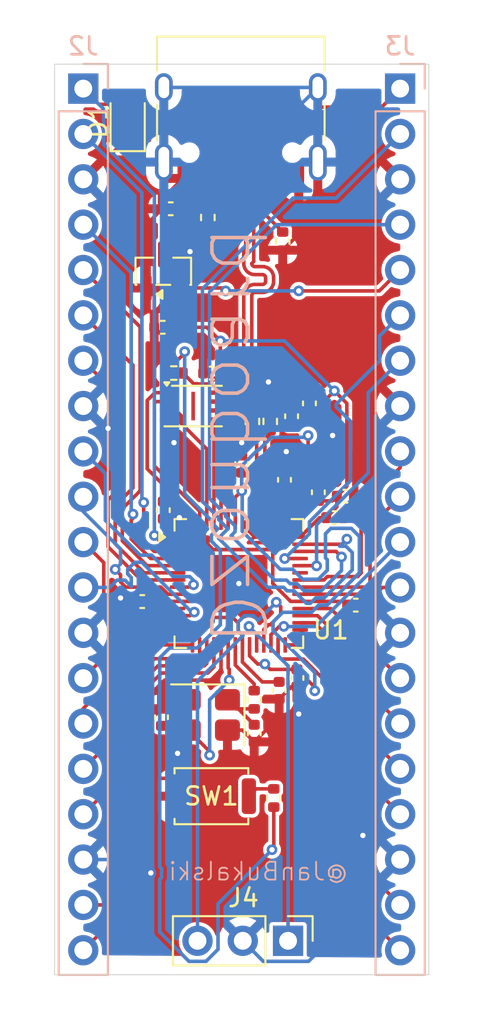
<source format=kicad_pcb>
(kicad_pcb (version 20241229) (generator "pcbnew") (generator_version "9.0")
  (layers (0 "F.Cu" signal) (2 "B.Cu" signal) (13 "F.Paste" user) (15 "B.Paste" user) (5 "F.SilkS" user "F.Silkscreen") (7 "B.SilkS" user "B.Silkscreen") (1 "F.Mask" user) (3 "B.Mask" user) (25 "Edge.Cuts" user))
  (net 0 "")
  (net 1 "+3V3")
  (net 2 "GND")
  (net 3 "+1V1")
  (net 4 "VBUS")
  (net 5 "XIN")
  (net 6 "Net-(C16-Pad2)")
  (net 7 "Net-(J1-CC2)")
  (net 8 "USB_D+")
  (net 9 "USB_D-")
  (net 10 "Net-(J1-CC1)")
  (net 11 "GPIO15")
  (net 12 "GPIO1")
  (net 13 "GPIO3")
  (net 14 "GPIO2")
  (net 15 "GPIO0")
  (net 16 "GPIO10")
  (net 17 "GPIO8")
  (net 18 "GPIO4")
  (net 19 "GPIO5")
  (net 20 "GPIO7")
  (net 21 "GPIO13")
  (net 22 "GPIO9")
  (net 23 "GPIO12")
  (net 24 "GPIO6")
  (net 25 "GPIO14")
  (net 26 "GPIO11")
  (net 27 "GPIO24")
  (net 28 "GPIO26_ADC0")
  (net 29 "GPIO23")
  (net 30 "GPIO20")
  (net 31 "GPIO27_ADC1")
  (net 32 "GPIO28_ADC2")
  (net 33 "GPIO16")
  (net 34 "GPIO18")
  (net 35 "GPIO21")
  (net 36 "GPIO29_ADC3")
  (net 37 "GPIO19")
  (net 38 "GPIO17")
  (net 39 "GPIO22")
  (net 40 "RUN")
  (net 41 "SWCLK")
  (net 42 "SWD")
  (net 43 "Net-(U1-USB_DP)")
  (net 44 "Net-(U1-USB_DM)")
  (net 45 "XOUT")
  (net 46 "QSPI_SS")
  (net 47 "Net-(R7-Pad1)")
  (net 48 "QSPI_SD0")
  (net 49 "QSPI_SD2")
  (net 50 "QSPI_SD1")
  (net 51 "QSPI_SCLK")
  (net 52 "QSPI_SD3")
  (footprint "Resistor_SMD:R_0402_1005Metric" (layer "F.Cu") (at 187.69 66.7)
    (property "Reference" "R6" (hide yes))
    (property "Value" "10K")
  )
  (footprint "Button_Switch_SMD:SW_Push_SPST_NO_Alps_SKRK" (layer "F.Cu") (at 189.8 90.4)
    (property "Reference" "SW1")
    (property "Value" "SW_Push")
  )
  (footprint "Capacitor_SMD:C_0402_1005Metric" (layer "F.Cu") (at 195.8 73.38 90)
    (property "Reference" "C1" (hide yes))
    (property "Value" "1uF")
  )
  (footprint "Capacitor_SMD:C_0402_1005Metric" (layer "F.Cu") (at 187.07 64.1375 180)
    (property "Reference" "C5" (hide yes))
    (property "Value" "0.1uF")
  )
  (footprint "Package_SON:Winbond_USON-8-1EP_3x2mm_P0.5mm_EP0.2x1.6mm" (layer "F.Cu") (at 188.775 68.55)
    (property "Reference" "U3" (hide yes))
    (property "Value" "W25Q16JVZPIQ TR")
  )
  (footprint "Capacitor_SMD:C_0402_1005Metric" (layer "F.Cu") (at 189.82 66.7 180)
    (property "Reference" "C13" (hide yes))
    (property "Value" "10uF")
  )
  (footprint "Crystal:Crystal_SMD_3225-4Pin_3.2x2.5mm" (layer "F.Cu") (at 189.6 85.85 180)
    (property "Reference" "Y1" (hide yes))
    (property "Value" "12 MHz")
  )
  (footprint "Capacitor_SMD:C_0402_1005Metric" (layer "F.Cu") (at 185.92 79.5 180)
    (property "Reference" "C17" (hide yes))
    (property "Value" "0.1uF")
  )
  (footprint "Capacitor_SMD:C_0402_1005Metric" (layer "F.Cu") (at 187.52 57.5 180)
    (property "Reference" "C14" (hide yes))
    (property "Value" "10uF")
  )
  (footprint "Capacitor_SMD:C_0402_1005Metric" (layer "F.Cu") (at 197.32 73.6)
    (property "Reference" "C8" (hide yes))
    (property "Value" "0.1uF")
  )
  (footprint "Package_DFN_QFN:QFN-56-1EP_7x7mm_P0.4mm_EP3.2x3.2mm" (layer "F.Cu") (at 191.34 78.49)
    (property "Reference" "U1")
    (property "Value" "RP2040")
  )
  (footprint "Capacitor_SMD:C_0402_1005Metric" (layer "F.Cu") (at 191.5 71.8 90)
    (property "Reference" "C12" (hide yes))
    (property "Value" "0.1uF")
  )
  (footprint "Capacitor_SMD:C_0402_1005Metric" (layer "F.Cu") (at 197.9 79.7)
    (property "Reference" "C6" (hide yes))
    (property "Value" "0.1uF")
  )
  (footprint "Capacitor_SMD:C_0402_1005Metric" (layer "F.Cu") (at 194.3 69.12 90)
    (property "Reference" "C9" (hide yes))
    (property "Value" "0.1uF")
  )
  (footprint "Capacitor_SMD:C_0402_1005Metric" (layer "F.Cu") (at 193.9 72.68 90)
    (property "Reference" "C11" (hide yes))
    (property "Value" "0.1uF")
  )
  (footprint "Resistor_SMD:R_0402_1005Metric" (layer "F.Cu") (at 189.6 57.99 -90)
    (property "Reference" "R2" (hide yes))
    (property "Value" "5.1K")
  )
  (footprint "Package_TO_SOT_SMD:SOT-23" (layer "F.Cu") (at 187.1 61 90)
    (property "Reference" "U2" (hide yes))
    (property "Value" "MCP1700x-330xxTT")
  )
  (footprint "Resistor_SMD:R_0402_1005Metric" (layer "F.Cu") (at 192.2 85 90)
    (property "Reference" "R5" (hide yes))
    (property "Value" "1K")
  )
  (footprint "Capacitor_SMD:C_0402_1005Metric" (layer "F.Cu") (at 196.72 74.8)
    (property "Reference" "C2" (hide yes))
    (property "Value" "0.1uF")
  )
  (footprint "Connector_USB:USB_C_Receptacle_HRO_TYPE-C-31-M-12" (layer "F.Cu") (at 191.45 51.755 180)
    (property "Reference" "J1" (hide yes))
    (property "Value" "USB_C_Receptacle_USB2.0_14P")
  )
  (footprint "Capacitor_SMD:C_0402_1005Metric" (layer "F.Cu") (at 194.6 83.78 -90)
    (property "Reference" "C10" (hide yes))
    (property "Value" "1uF" (hide yes))
  )
  (footprint "Capacitor_SMD:C_0402_1005Metric" (layer "F.Cu") (at 193.6 84.48 -90)
    (property "Reference" "C7" (hide yes))
    (property "Value" "0.1uF")
  )
  (footprint "LED_SMD:LED_0805_2012Metric" (layer "F.Cu") (at 185.1 52.5875 90)
    (property "Reference" "D1")
    (property "Value" "LED")
  )
  (footprint "Resistor_SMD:R_0402_1005Metric" (layer "F.Cu") (at 193.1 69.41 -90)
    (property "Reference" "R4" (hide yes))
    (property "Value" "27")
  )
  (footprint "Capacitor_SMD:C_0402_1005Metric" (layer "F.Cu") (at 187 85.98 -90)
    (property "Reference" "C15" (hide yes))
    (property "Value" "33pF")
  )
  (footprint "Resistor_SMD:R_0402_1005Metric" (layer "F.Cu") (at 193.3 90.5 -90)
    (property "Reference" "R7" (hide yes))
    (property "Value" "1K")
  )
  (footprint "Capacitor_SMD:C_0402_1005Metric" (layer "F.Cu") (at 192.2 86.88 90)
    (property "Reference" "C16" (hide yes))
    (property "Value" "33pF")
  )
  (footprint "Connector_PinHeader_2.54mm:PinHeader_1x03_P2.54mm_Vertical" (layer "F.Cu") (at 194.1 98.5 -90)
    (property "Reference" "J4")
    (property "Value" "Conn_01x03")
  )
  (footprint "Resistor_SMD:R_0402_1005Metric" (layer "F.Cu") (at 193.8 59.31 -90)
    (property "Reference" "R1" (hide yes))
    (property "Value" "5.1K")
  )
  (footprint "Resistor_SMD:R_0402_1005Metric" (layer "F.Cu") (at 192.1 69.41 -90)
    (property "Reference" "R3" (hide yes))
    (property "Value" "27")
  )
  (footprint "Capacitor_SMD:C_0402_1005Metric" (layer "F.Cu") (at 195.3 68.4 90)
    (property "Reference" "C4" (hide yes))
    (property "Value" "0.1uF")
  )
  (footprint "Capacitor_SMD:C_0402_1005Metric" (layer "F.Cu") (at 187.1 74.38 90)
    (property "Reference" "C3" (hide yes))
    (property "Value" "0.1uF")
  )
  (footprint "Connector_PinHeader_2.54mm:PinHeader_1x20_P2.54mm_Vertical" (layer "B.Cu") (at 200.39 50.77 180)
    (property "Reference" "J3")
    (property "Value" "Conn_01x20")
  )
  (footprint "Connector_PinHeader_2.54mm:PinHeader_1x20_P2.54mm_Vertical" (layer "B.Cu") (at 182.61 50.77 180)
    (property "Reference" "J2")
    (property "Value" "Conn_01x20")
  )
  (gr_rect (start 181 49.4) (end 202 100.4) (stroke (width 0.05)) (fill no) (layer "Edge.Cuts"))
  (gr_text "@JanBukalski" (at 197.55 95.2 0) (layer "B.SilkS") (effects (font (size 1 1) (thickness 0.1)) (justify left bottom mirror)))
  (gr_text "Dzonboard" (at 189.45 82.1 270) (layer "B.SilkS") (effects (font (size 3 3) (thickness 0.2) (bold yes)) (justify left bottom mirror)))
  (segment (start 191.299 81.148943) (end 191.299 80.699) (width 0.2) (layer "F.Cu") (net 1))
  (segment (start 194.7775 75.89) (end 193.74955 75.89) (width 0.2) (layer "F.Cu") (net 1))
  (segment (start 195.5 69.6) (end 194.3 69.6) (width 0.2) (layer "F.Cu") (net 1))
  (segment (start 191.54 75.189) (end 192.24 75.889) (width 0.2) (layer "F.Cu") (net 1))
  (segment (start 189.66655 67.311) (end 189.67755 67.3) (width 0.2) (layer "F.Cu") (net 1))
  (segment (start 195.9 70) (end 195.5 69.6) (width 0.2) (layer "F.Cu") (net 1))
  (segment (start 197.4 73.04) (end 196.84 73.6) (width 0.2) (layer "F.Cu") (net 1))
  (segment (start 196.84 73.6) (end 196.84 74.2) (width 0.2) (layer "F.Cu") (net 1))
  (segment (start 195.02 68.88) (end 194.3 69.6) (width 0.2) (layer "F.Cu") (net 1))
  (segment (start 187.9025 79.49) (end 189.439 79.49) (width 0.2) (layer "F.Cu") (net 1))
  (segment (start 187.1 75.0875) (end 187.9025 75.89) (width 0.2) (layer "F.Cu") (net 1))
  (segment (start 195.1325 73.86) (end 195.8 73.86) (width 0.2) (layer "F.Cu") (net 1))
  (segment (start 189.5375 64.1375) (end 190.3 64.9) (width 0.2) (layer "F.Cu") (net 1))
  (segment (start 189.439 80.293799) (end 189.439 79.49) (width 0.2) (layer "F.Cu") (net 1))
  (segment (start 193.54 75.0525) (end 193.94 75.0525) (width 0.2) (layer "F.Cu") (net 1))
  (segment (start 187.9025 75.89) (end 189.6 75.89) (width 0.2) (layer "F.Cu") (net 1))
  (segment (start 190.3 64.9) (end 190.3 66.7) (width 0.2) (layer "F.Cu") (net 1))
  (segment (start 189.8 76.489) (end 189.8 76.5) (width 0.2) (layer "F.Cu") (net 1))
  (segment (start 191.54 75.0525) (end 191.94 75.0525) (width 0.2) (layer "F.Cu") (net 1))
  (segment (start 193.6 84) (end 192.65034 84) (width 0.2) (layer "F.Cu") (net 1))
  (segment (start 189.01345 67.311) (end 189.66655 67.311) (width 0.2) (layer "F.Cu") (net 1))
  (segment (start 192.143226 75.791) (end 191.939 75.586774) (width 0.2) (layer "F.Cu") (net 1))
  (segment (start 187.55 64.1375) (end 187.55 62.4375) (width 0.2) (layer "F.Cu") (net 1))
  (segment (start 189.6 75.89) (end 189.6 76.289) (width 0.2) (layer "F.Cu") (net 1))
  (segment (start 195.8 73.86) (end 196.58 73.86) (width 0.2) (layer "F.Cu") (net 1))
  (segment (start 192.24 75.791) (end 192.143226 75.791) (width 0.2) (layer "F.Cu") (net 1))
  (segment (start 187.55 64.1375) (end 189.5375 64.1375) (width 0.2) (layer "F.Cu") (net 1))
  (segment (start 192.24 75.84) (end 192.24 75.791) (width 0.2) (layer "F.Cu") (net 1))
  (segment (start 193.241 78.488774) (end 194.242226 79.49) (width 0.2) (layer "F.Cu") (net 1))
  (segment (start 195.189 72.57345) (end 195.9 71.86245) (width 0.2) (layer "F.Cu") (net 1))
  (segment (start 196.58 73.86) (end 196.84 73.6) (width 0.2) (layer "F.Cu") (net 1))
  (segment (start 191.299 80.699) (end 190.991 80.391) (width 0.2) (layer "F.Cu") (net 1))
  (segment (start 195.189 73.22655) (end 195.189 72.57345) (width 0.2) (layer "F.Cu") (net 1))
  (segment (start 196.24 74.8) (end 195.8675 74.8) (width 0.2) (layer "F.Cu") (net 1))
  (segment (start 189.889 76.589) (end 193.011 76.589) (width 0.2) (layer "F.Cu") (net 1))
  (segment (start 194.242226 79.49) (end 194.7775 79.49) (width 0.2) (layer "F.Cu") (net 1))
  (segment (start 195.9 71.86245) (end 195.9 70) (width 0.2) (layer "F.Cu") (net 1))
  (segment (start 193.4 76.2) (end 191.88 76.2) (width 0.2) (layer "F.Cu") (net 1))
  (segment (start 193.74955 75.89) (end 193.74855 75.889) (width 0.2) (layer "F.Cu") (net 1))
  (segment (start 190.6 62.1) (end 190.4375 61.9375) (width 0.2) (layer "F.Cu") (net 1))
  (segment (start 196.84 74.2) (end 196.24 74.8) (width 0.2) (layer "F.Cu") (net 1))
  (segment (start 192.65034 84) (end 191.54 82.88966) (width 0.2) (layer "F.Cu") (net 1))
  (segment (start 195.3 68.88) (end 195.52 68.88) (width 0.2) (layer "F.Cu") (net 1))
  (segment (start 196.7 67.7) (end 197.4 68.4) (width 0.2) (layer "F.Cu") (net 1))
  (segment (start 195.8675 74.8) (end 194.7775 75.89) (width 0.2) (layer "F.Cu") (net 1))
  (segment (start 199.22 62.1) (end 194.7 62.1) (width 0.2) (layer "F.Cu") (net 1))
  (segment (start 186.41 79.49) (end 187.9025 79.49) (width 0.2) (layer "F.Cu") (net 1))
  (segment (start 189.00245 67.3) (end 189.01345 67.311) (width 0.2) (layer "F.Cu") (net 1))
  (segment (start 190.3 67.7) (end 190.2 67.8) (width 0.2) (layer "F.Cu") (net 1))
  (segment (start 191.7255 75.238) (end 191.54 75.0525) (width 0.2) (layer "F.Cu") (net 1))
  (segment (start 189.439 76.051) (end 189.6 75.89) (width 0.2) (layer "F.Cu") (net 1))
  (segment (start 191.88 76.2) (end 192.24 75.84) (width 0.2) (layer "F.Cu") (net 1))
  (segment (start 191.54 81.9275) (end 191.54 81.389943) (width 0.2) (layer "F.Cu") (net 1))
  (segment (start 187.55 62.4375) (end 188.05 61.9375) (width 0.2) (layer "F.Cu") (net 1))
  (segment (start 186.4 79.5) (end 186.41 79.49) (width 0.2) (layer "F.Cu") (net 1))
  (segment (start 191.94 75.0525) (end 191.7545 75.238) (width 0.2) (layer "F.Cu") (net 1))
  (segment (start 187.9025 79.49) (end 188.713741 79.49) (width 0.2) (layer "F.Cu") (net 1))
  (segment (start 190.3 66.7) (end 190.3 67.7) (width 0.2) (layer "F.Cu") (net 1))
  (segment (start 193.94 75.0525) (end 195.1325 73.86) (width 0.2) (layer "F.Cu") (net 1))
  (segment (start 188.8 67.3) (end 189.00245 67.3) (width 0.2) (layer "F.Cu") (net 1))
  (segment (start 193.241 76.589) (end 193.241 78.488774) (width 0.2) (layer "F.Cu") (net 1))
  (segment (start 190.991 80.391) (end 189.536201 80.391) (width 0.2) (layer "F.Cu") (net 1))
  (segment (start 197.42 79.7) (end 197.21 79.49) (width 0.2) (layer "F.Cu") (net 1))
  (segment (start 193.74855 75.889) (end 195.2 74.43755) (width 0.2) (layer "F.Cu") (net 1))
  (segment (start 189.8 76.5) (end 189.889 76.589) (width 0.2) (layer "F.Cu") (net 1))
  (segment (start 200.39 60.93) (end 199.22 62.1) (width 0.2) (layer "F.Cu") (net 1))
  (segment (start 192.24 75.889) (end 193.74855 75.889) (width 0.2) (layer "F.Cu") (net 1))
  (segment (start 189.6 76.289) (end 189.8 76.489) (width 0.2) (layer "F.Cu") (net 1))
  (segment (start 189.536201 80.391) (end 189.439 80.293799) (width 0.2) (layer "F.Cu") (net 1))
  (segment (start 189.439 76.589) (end 193.241 76.589) (width 0.2) (layer "F.Cu") (net 1))
  (segment (start 191.939 75.586774) (end 191.939 75.0535) (width 0.2) (layer "F.Cu") (net 1))
  (segment (start 197.21 79.49) (end 194.7775 79.49) (width 0.2) (layer "F.Cu") (net 1))
  (segment (start 193.011 76.589) (end 193.4 76.2) (width 0.2) (layer "F.Cu") (net 1))
  (segment (start 189.7 67.3) (end 190.3 66.7) (width 0.2) (layer "F.Cu") (net 1))
  (segment (start 189.67755 67.3) (end 189.7 67.3) (width 0.2) (layer "F.Cu") (net 1))
  (segment (start 195.3 68.88) (end 195.02 68.88) (width 0.2) (layer "F.Cu") (net 1))
  (segment (start 188.713741 79.49) (end 189.439 78.764741) (width 0.2) (layer "F.Cu") (net 1))
  (segment (start 191.54 75.0525) (end 191.54 75.189) (width 0.2) (layer "F.Cu") (net 1))
  (segment (start 189.439 79.49) (end 189.439 76.589) (width 0.2) (layer "F.Cu") (net 1))
  (segment (start 195.2 74.43755) (end 195.2 73.23755) (width 0.2) (layer "F.Cu") (net 1))
  (segment (start 188.2 66.7) (end 188.8 67.3) (width 0.2) (layer "F.Cu") (net 1))
  (segment (start 195.52 68.88) (end 196.7 67.7) (width 0.2) (layer "F.Cu") (net 1))
  (segment (start 190.4375 61.9375) (end 188.05 61.9375) (width 0.2) (layer "F.Cu") (net 1))
  (segment (start 189.439 78.764741) (end 189.439 76.051) (width 0.2) (layer "F.Cu") (net 1))
  (segment (start 195.2 73.23755) (end 195.189 73.22655) (width 0.2) (layer "F.Cu") (net 1))
  (segment (start 191.939 75.0535) (end 191.94 75.0525) (width 0.2) (layer "F.Cu") (net 1))
  (segment (start 191.7545 75.238) (end 191.7255 75.238) (width 0.2) (layer "F.Cu") (net 1))
  (segment (start 187.1 74.86) (end 187.1 75.0875) (width 0.2) (layer "F.Cu") (net 1))
  (segment (start 197.4 68.4) (end 197.4 73.04) (width 0.2) (layer "F.Cu") (net 1))
  (segment (start 191.54 81.389943) (end 191.299 81.148943) (width 0.2) (layer "F.Cu") (net 1))
  (segment (start 191.54 82.88966) (end 191.54 81.9275) (width 0.2) (layer "F.Cu") (net 1))
  (via (at 190.6 62.1) (size 0.6) (drill 0.3) (layers "F.Cu" "B.Cu") (net 1))
  (via (at 196.7 67.7) (size 0.6) (drill 0.3) (layers "F.Cu" "B.Cu") (net 1))
  (via (at 190.3 64.9) (size 0.6) (drill 0.3) (layers "F.Cu" "B.Cu") (net 1))
  (via (at 194.7 62.1) (size 0.6) (drill 0.3) (layers "F.Cu" "B.Cu") (net 1))
  (segment (start 193.9 64.9) (end 190.3 64.9) (width 0.2) (layer "B.Cu") (net 1))
  (segment (start 193.9 64.9) (end 196.7 67.7) (width 0.2) (layer "B.Cu") (net 1))
  (segment (start 194.7 62.1) (end 190.6 62.1) (width 0.2) (layer "B.Cu") (net 1))
  (segment (start 188.699 83.901) (end 189.7661 83.901) (width 0.2) (layer "F.Cu") (net 2))
  (segment (start 198.38 79.7) (end 198.84 79.7) (width 0.2) (layer "F.Cu") (net 2))
  (segment (start 184.9 79.5) (end 184.7 79.3) (width 0.2) (layer "F.Cu") (net 2))
  (segment (start 198.939 67.099) (end 200.39 68.55) (width 0.2) (layer "F.Cu") (net 2))
  (segment (start 199.04 92.6) (end 198.3 92.6) (width 0.2) (layer "F.Cu") (net 2))
  (segment (start 188.5 85) (end 188.6671 85) (width 0.2) (layer "F.Cu") (net 2))
  (segment (start 194.3 68.64) (end 195.841 67.099) (width 0.2) (layer "F.Cu") (net 2))
  (segment (start 194.6 84.26) (end 194.3 84.26) (width 0.2) (layer "F.Cu") (net 2))
  (segment (start 190.7 86.7) (end 191.54 86.7) (width 0.2) (layer "F.Cu") (net 2))
  (segment (start 186.15 61.9375) (end 186.15 59.39) (width 0.2) (layer "F.Cu") (net 2))
  (segment (start 187.04 54.975) (end 187.13 54.885) (width 0.2) (layer "F.Cu") (net 2))
  (segment (start 199.425 54.885) (end 200.39 55.85) (width 0.2) (layer "F.Cu") (net 2))
  (segment (start 190.34 83.3271) (end 190.34 81.9275) (width 0.2) (layer "F.Cu") (net 2))
  (segment (start 191.5 71.32) (end 191.5 70.6) (width 0.2) (layer "F.Cu") (net 2))
  (segment (start 187.201 64.7485) (end 186.59 64.1375) (width 0.2) (layer "F.Cu") (net 2))
  (segment (start 188.6 59.5) (end 189.6 58.5) (width 0.2) (layer "F.Cu") (net 2))
  (segment (start 200.39 93.95) (end 199.04 92.6) (width 0.2) (layer "F.Cu") (net 2))
  (segment (start 191.54 86.7) (end 192.2 87.36) (width 0.2) (layer "F.Cu") (net 2))
  (segment (start 193.6 85.96) (end 193.6 84.96) (width 0.2) (layer "F.Cu") (net 2))
  (segment (start 186.3 88.8) (end 186.3 86.87555) (width 0.2) (layer "F.Cu") (net 2))
  (segment (start 195.841 67.099) (end 198.939 67.099) (width 0.2) (layer "F.Cu") (net 2))
  (segment (start 187.04 57.5) (end 187.04 54.975) (width 0.2) (layer "F.Cu") (net 2))
  (segment (start 190.7 89.1) (end 190.4 89.4) (width 0.2) (layer "F.Cu") (net 2))
  (segment (start 196.6 72.1) (end 195.8 72.9) (width 0.2) (layer "F.Cu") (net 2))
  (segment (start 196.42 59.82) (end 193.8 59.82) (width 0.2) (layer "F.Cu") (net 2))
  (segment (start 182.61 68.55) (end 183.86 69.8) (width 0.2) (layer "F.Cu") (net 2))
  (segment (start 193.9 71.2) (end 194 71.1) (width 0.2) (layer "F.Cu") (net 2))
  (segment (start 197.8 73.6) (end 197.8 71.14) (width 0.2) (layer "F.Cu") (net 2))
  (segment (start 193 67.2) (end 193 67.34) (width 0.2) (layer "F.Cu") (net 2))
  (segment (start 198.84 79.7) (end 200.39 81.25) (width 0.2) (layer "F.Cu") (net 2))
  (segment (start 187.35 70.25) (end 187.35 69.3) (width 0.2) (layer "F.Cu") (net 2))
  (segment (start 188.45 84.15) (end 188.699 83.901) (width 0.2) (layer "F.Cu") (net 2))
  (segment (start 187.9 88) (end 187.9 89.3) (width 0.2) (layer "F.Cu") (net 2))
  (segment (start 194.6 85.7) (end 194.7 85.8) (width 0.2) (layer "F.Cu") (net 2))
  (segment (start 190.4 89.4) (end 188 89.4) (width 0.2) (layer "F.Cu") (net 2))
  (segment (start 187.7 93.4) (end 186.4 94.7) (width 0.2) (layer "F.Cu") (net 2))
  (segment (start 182.61 55.85) (end 186.15 59.39) (width 0.2) (layer "F.Cu") (net 2))
  (segment (start 193 67.34) (end 194.3 68.64) (width 0.2) (layer "F.Cu") (net 2))
  (segment (start 188.45 84.95) (end 188.45 84.15) (width 0.2) (layer "F.Cu") (net 2))
  (segment (start 193.8 59.82) (end 194.7 58.92) (width 0.2) (layer "F.Cu") (net 2))
  (segment (start 188 89.4) (end 186.9 89.4) (width 0.2) (layer "F.Cu") (net 2))
  (segment (start 186.15 59.39) (end 186.15 58.39) (width 0.2) (layer "F.Cu") (net 2))
  (segment (start 188 85.5) (end 188.5 85) (width 0.2) (layer "F.Cu") (net 2))
  (segment (start 187.7 90.4) (end 187.7 93.4) (width 0.2) (layer "F.Cu") (net 2))
  (segment (start 194.3 84.26) (end 193.6 84.96) (width 0.2) (layer "F.Cu") (net 2))
  (segment (start 185.44 79.5) (end 184.9 79.5) (width 0.2) (layer "F.Cu") (net 2))
  (segment (start 187.04 56.96) (end 187.04 57.5) (width 0.2) (layer "F.Cu") (net 2))
  (segment (start 188.6 59.9) (end 188.6 59.5) (width 0.2) (layer "F.Cu") (net 2))
  (segment (start 186.59 62.3775) (end 186.15 61.9375) (width 0.2) (layer "F.Cu") (net 2))
  (segment (start 194.7 58.92) (end 194.7 55.8) (width 0.2) (layer "F.Cu") (net 2))
  (segment (start 194.58 68.64) (end 195.3 67.92) (width 0.2) (layer "F.Cu") (net 2))
  (segment (start 187.7 90.4) (end 188.2 89.9) (width 0.2) (layer "F.Cu") (net 2))
  (segment (start 197.8 74.2) (end 197.8 73.6) (width 0.2) (layer "F.Cu") (net 2))
  (segment (start 190.7 86.7) (end 190.7 89.1) (width 0.2) (layer "F.Cu") (net 2))
  (segment (start 200.39 55.85) (end 196.42 59.82) (width 0.2) (layer "F.Cu") (net 2))
  (segment (start 188.2 55.8) (end 187.04 56.96) (width 0.2) (layer "F.Cu") (net 2))
  (segment (start 183.86 69.8) (end 184 69.8) (width 0.2) (layer "F.Cu") (net 2))
  (segment (start 188.5 85) (end 188.45 84.95) (width 0.2) (layer "F.Cu") (net 2))
  (segment (start 185.1 53.525) (end 182.775 55.85) (width 0.2) (layer "F.Cu") (net 2))
  (segment (start 186.9 89.4) (end 186.3 88.8) (width 0.2) (layer "F.Cu") (net 2))
  (segment (start 188.398443 64.7485) (end 187.201 64.7485) (width 0.2) (layer "F.Cu") (net 2))
  (segment (start 186.389 86.111) (end 187 85.5) (width 0.2) (layer "F.Cu") (net 2))
  (segment (start 186.389 86.78655) (end 186.389 86.111) (width 0.2) (layer "F.Cu") (net 2))
  (segment (start 195.77 54.885) (end 199.425 54.885) (width 0.2) (layer "F.Cu") (net 2))
  (segment (start 187.1 73.9) (end 188 74.8) (width 0.2) (layer "F.Cu") (net 2))
  (segment (start 193.9 72.2) (end 193.9 71.2) (width 0.2) (layer "F.Cu") (net 2))
  (segment (start 192.2 87.36) (end 193.6 85.96) (width 0.2) (layer "F.Cu") (net 2))
  (segment (start 197.8 71.14) (end 200.39 68.55) (width 0.2) (layer "F.Cu") (net 2))
  (segment (start 186.3 86.87555) (end 186.389 86.78655) (width 0.2) (layer "F.Cu") (net 2))
  (segment (start 187.7 94.64) (end 187.7 90.4) (width 0.2) (layer "F.Cu") (net 2))
  (segment (start 194.6 84.26) (end 194.6 85.7) (width 0.2) (layer "F.Cu") (net 2))
  (segment (start 187 85.5) (end 188 85.5) (width 0.2) (layer "F.Cu") (net 2))
  (segment (start 190.94 86.46) (end 190.7 86.7) (width 0.2) (layer "F.Cu") (net 2))
  (segment (start 188.2 89.9) (end 190.6 89.9) (width 0.2) (layer "F.Cu") (net 2))
  (segment (start 186.59 64.1375) (end 186.59 62.3775) (width 0.2) (layer "F.Cu") (net 2))
  (segment (start 196.6 70.2) (end 196.6 72.1) (width 0.2) (layer "F.Cu") (net 2))
  (segment (start 190.6 89.9) (end 190.7 89.8) (width 0.2) (layer "F.Cu") (net 2))
  (segment (start 187.7 70.6) (end 187.35 70.25) (width 0.2) (layer "F.Cu") (net 2))
  (segment (start 189.34 66.7) (end 189.34 65.690057) (width 0.2) (layer "F.Cu") (net 2))
  (segment (start 194.3 68.64) (end 194.58 68.64) (width 0.2) (layer "F.Cu") (net 2))
  (segment (start 197.8 74.2) (end 197.2 74.8) (width 0.2) (layer "F.Cu") (net 2))
  (segment (start 191.56 98.5) (end 187.7 94.64) (width 0.2) (layer "F.Cu") (net 2))
  (segment (start 187.9 89.3) (end 188 89.4) (width 0.2) (layer "F.Cu") (net 2))
  (segment (start 182.775 55.85) (end 182.61 55.85) (width 0.2) (layer "F.Cu") (net 2))
  (segment (start 189.34 65.690057) (end 188.398443 64.7485) (width 0.2) (layer "F.Cu") (net 2))
  (segment (start 189.7661 83.901) (end 190.34 83.3271) (width 0.2) (layer "F.Cu") (net 2))
  (segment (start 186.15 58.39) (end 187.04 57.5) (width 0.2) (layer "F.Cu") (net 2))
  (segment (start 190.7 89.8) (end 190.7 86.7) (width 0.2) (layer "F.Cu") (net 2))
  (via (at 187.7 70.6) (size 0.6) (drill 0.3) (layers "F.Cu" "B.Cu") (net 2))
  (via (at 187.9 88) (size 0.6) (drill 0.3) (layers "F.Cu" "B.Cu") (net 2))
  (via (at 184 69.8) (size 0.6) (drill 0.3) (layers "F.Cu" "B.Cu") (net 2))
  (via (at 191.34 78.49) (size 0.6) (drill 0.3) (layers "F.Cu" "B.Cu") (net 2))
  (via (at 191.5 70.6) (size 0.6) (drill 0.3) (layers "F.Cu" "B.Cu") (net 2))
  (via (at 194.7 85.8) (size 0.6) (drill 0.3) (layers "F.Cu" "B.Cu") (net 2))
  (via (at 188.6 59.9) (size 0.6) (drill 0.3) (layers "F.Cu" "B.Cu") (net 2))
  (via (at 188 74.8) (size 0.6) (drill 0.3) (layers "F.Cu" "B.Cu") (net 2))
  (via (at 198.3 92.6) (size 0.6) (drill 0.3) (layers "F.Cu" "B.Cu") (net 2))
  (via (at 186.4 94.7) (size 0.6) (drill 0.3) (layers "F.Cu" "B.Cu") (net 2))
  (via (at 196.6 70.2) (size 0.6) (drill 0.3) (layers "F.Cu" "B.Cu") (net 2))
  (via (at 184.7 79.3) (size 0.6) (drill 0.3) (layers "F.Cu" "B.Cu") (net 2))
  (via (at 194 71.1) (size 0.6) (drill 0.3) (layers "F.Cu" "B.Cu") (net 2))
  (via (at 193 67.2) (size 0.6) (drill 0.3) (layers "F.Cu" "B.Cu") (net 2))
  (segment (start 187.276 55.031) (end 195.624 55.031) (width 0.2) (layer "B.Cu") (net 2))
  (segment (start 194.399 71.499) (end 195.401 71.499) (width 0.2) (layer "B.Cu") (net 2))
  (segment (start 187.13 54.885) (end 187.13 50.705) (width 0.2) (layer "B.Cu") (net 2))
  (segment (start 191.5 70.6) (end 192.3 70.6) (width 0.2) (layer "B.Cu") (net 2))
  (segment (start 189.217043 82.982957) (end 188.4 82.982957) (width 0.2) (layer "B.Cu") (net 2))
  (segment (start 186.351057 76.401) (end 186.848943 76.401) (width 0.2) (layer "B.Cu") (net 2))
  (segment (start 188.6 57.875) (end 188.6 59.9) (width 0.2) (layer "B.Cu") (net 2))
  (segment (start 195.84 85.8) (end 200.39 81.25) (width 0.2) (layer "B.Cu") (net 2))
  (segment (start 194.7 85.8) (end 195.84 85.8) (width 0.2) (layer "B.Cu") (net 2))
  (segment (start 189.44 78.09) (end 187.299971 75.949971) (width 0.2) (layer "B.Cu") (net 2))
  (segment (start 196.6 70.3) (end 196.6 70.2) (width 0.2) (layer "B.Cu") (net 2))
  (segment (start 186.4 94.7) (end 185.65 93.95) (width 0.2) (layer "B.Cu") (net 2))
  (segment (start 199.239 92.799) (end 199.239 82.401) (width 0.2) (layer "B.Cu") (net 2))
  (segment (start 191.34 80.041543) (end 190.906389 80.475154) (width 0.2) (layer "B.Cu") (net 2))
  (segment (start 195.624 55.031) (end 195.77 54.885) (width 0.2) (layer "B.Cu") (net 2))
  (segment (start 194 71.1) (end 194.399 71.499) (width 0.2) (layer "B.Cu") (net 2))
  (segment (start 195.401 71.499) (end 196.4 70.5) (width 0.2) (layer "B.Cu") (net 2))
  (segment (start 195.251 99.651) (end 192.711 99.651) (width 0.2) (layer "B.Cu") (net 2))
  (segment (start 198.3 92.6) (end 198.3 96.602) (width 0.2) (layer "B.Cu") (net 2))
  (segment (start 187.13 50.705) (end 195.77 50.705) (width 0.2) (layer "B.Cu") (net 2))
  (segment (start 185.65 93.95) (end 182.61 93.95) (width 0.2) (layer "B.Cu") (net 2))
  (segment (start 188.4 82.982957) (end 187.9 83.482957) (width 0.2) (layer "B.Cu") (net 2))
  (segment (start 189.44 80.338943) (end 189.44 78.09) (width 0.2) (layer "B.Cu") (net 2))
  (segment (start 193 69.9) (end 193 67.2) (width 0.2) (layer "B.Cu") (net 2))
  (segment (start 196.4 70.5) (end 196.6 70.3) (width 0.2) (layer "B.Cu") (net 2))
  (segment (start 187.1 73.9) (end 187.1 61.4) (width 0.2) (layer "B.Cu") (net 2))
  (segment (start 199.239 82.401) (end 200.39 81.25) (width 0.2) (layer "B.Cu") (net 2))
  (segment (start 187.7 70.6) (end 187.7 74.5) (width 0.2) (layer "B.Cu") (net 2))
  (segment (start 189.087943 80.691) (end 189.44 80.338943) (width 0.2) (layer "B.Cu") (net 2))
  (segment (start 198.3 96.602) (end 195.251 99.651) (width 0.2) (layer "B.Cu") (net 2))
  (segment (start 188 75.249943) (end 188 74.8) (width 0.2) (layer "B.Cu") (net 2))
  (segment (start 192.711 99.651) (end 191.56 98.5) (width 0.2) (layer "B.Cu") (net 2))
  (segment (start 184.251 70.051) (end 184.251 74.300943) (width 0.2) (layer "B.Cu") (net 2))
  (segment (start 195.77 54.885) (end 195.77 50.705) (width 0.2) (layer "B.Cu") (net 2))
  (segment (start 186.848943 76.401) (end 187.299971 75.949971) (width 0.2) (layer "B.Cu") (net 2))
  (segment (start 200.39 93.95) (end 199.239 92.799) (width 0.2) (layer "B.Cu") (net 2))
  (segment (start 184.7 79.3) (end 184.56 79.3) (width 0.2) (layer "B.Cu") (net 2))
  (segment (start 195.77 50.705) (end 188.6 57.875) (width 0.2) (layer "B.Cu") (net 2))
  (segment (start 184.56 79.3) (end 182.61 81.25) (width 0.2) (layer "B.Cu") (net 2))
  (segment (start 184 69.8) (end 184.251 70.051) (width 0.2) (layer "B.Cu") (net 2))
  (segment (start 187.1 61.4) (end 188.6 59.9) (width 0.2) (layer "B.Cu") (net 2))
  (segment (start 186.091 80.691) (end 189.087943 80.691) (width 0.2) (layer "B.Cu") (net 2))
  (segment (start 183.761 92.799) (end 183.761 82.401) (width 0.2) (layer "B.Cu") (net 2))
  (segment (start 187.299971 75.949971) (end 188 75.249943) (width 0.2) (layer "B.Cu") (net 2))
  (segment (start 183.761 82.401) (end 182.61 81.25) (width 0.2) (layer "B.Cu") (net 2))
  (segment (start 190.906389 80.475154) (end 190.906389 81.293611) (width 0.2) (layer "B.Cu") (net 2))
  (segment (start 182.61 93.95) (end 183.761 92.799) (width 0.2) (layer "B.Cu") (net 2))
  (segment (start 190.906389 81.293611) (end 189.217043 82.982957) (width 0.2) (layer "B.Cu") (net 2))
  (segment (start 187.9 83.482957) (end 187.9 88) (width 0.2) (layer "B.Cu") (net 2))
  (segment (start 192.3 70.6) (end 193 69.9) (width 0.2) (layer "B.Cu") (net 2))
  (segment (start 187.7 74.5) (end 188 74.8) (width 0.2) (layer "B.Cu") (net 2))
  (segment (start 191.34 78.49) (end 191.34 80.041543) (width 0.2) (layer "B.Cu") (net 2))
  (segment (start 188 74.8) (end 187.1 73.9) (width 0.2) (layer "B.Cu") (net 2))
  (segment (start 187.13 54.885) (end 187.276 55.031) (width 0.2) (layer "B.Cu") (net 2))
  (segment (start 184.251 74.300943) (end 186.351057 76.401) (width 0.2) (layer "B.Cu") (net 2))
  (segment (start 184.7 79.3) (end 186.091 80.691) (width 0.2) (layer "B.Cu") (net 2))
  (segment (start 195.225735 71.274265) (end 195 71.5) (width 0.2) (layer "F.Cu") (net 3))
  (segment (start 195 72.06) (end 193.9 73.16) (width 0.2) (layer "F.Cu") (net 3))
  (segment (start 191.94 82.54) (end 192.4 83) (width 0.2) (layer "F.Cu") (net 3))
  (segment (start 193.1 83.3) (end 194.6 83.3) (width 0.2) (layer "F.Cu") (net 3))
  (segment (start 192.4 83) (end 192.8 83) (width 0.2) (layer "F.Cu") (net 3))
  (segment (start 195.6 84.3) (end 195.6 84.5) (width 0.2) (layer "F.Cu") (net 3))
  (segment (start 191.5 73.3) (end 191.14 73.66) (width 0.2) (layer "F.Cu") (net 3))
  (segment (start 193.14 74.46) (end 193.9 73.7) (width 0.2) (layer "F.Cu") (net 3))
  (segment (start 191.14 73.66) (end 191.14 75.0525) (width 0.2) (layer "F.Cu") (net 3))
  (segment (start 193.14 75.0525) (end 193.14 74.46) (width 0.2) (layer "F.Cu") (net 3))
  (segment (start 192.8 83) (end 193.1 83.3) (width 0.2) (layer "F.Cu") (net 3))
  (segment (start 194.6 83.3) (end 195.6 84.3) (width 0.2) (layer "F.Cu") (net 3))
  (segment (start 193.9 73.7) (end 193.9 73.16) (width 0.2) (layer "F.Cu") (net 3))
  (segment (start 191.94 81.9275) (end 191.94 82.54) (width 0.2) (layer "F.Cu") (net 3))
  (segment (start 191.5 72.28) (end 191.5 73.3) (width 0.2) (layer "F.Cu") (net 3))
  (segment (start 195 71.5) (end 195 72.06) (width 0.2) (layer "F.Cu") (net 3))
  (segment (start 195.225735 70.2) (end 195.225735 71.274265) (width 0.2) (layer "F.Cu") (net 3))
  (via (at 191.5 73.3) (size 0.6) (drill 0.3) (layers "F.Cu" "B.Cu") (net 3))
  (via (at 195.225735 70.2) (size 0.6) (drill 0.3) (layers "F.Cu" "B.Cu") (net 3))
  (via (at 192.8 83) (size 0.6) (drill 0.3) (layers "F.Cu" "B.Cu") (net 3))
  (via (at 195.6 84.5) (size 0.6) (drill 0.3) (layers "F.Cu" "B.Cu") (net 3))
  (segment (start 193.799449 80.1) (end 195.417043 80.1) (width 0.2) (layer "B.Cu") (net 3))
  (segment (start 191.526999 73.326999) (end 191.5 73.3) (width 0.2) (layer "B.Cu") (net 3))
  (segment (start 194.916549 78.25) (end 194.357549 77.691) (width 0.2) (layer "B.Cu") (net 3))
  (segment (start 195.799943 78.25) (end 194.916549 78.25) (width 0.2) (layer "B.Cu") (net 3))
  (segment (start 198.102 77.8909) (end 198.102 75.852057) (width 0.2) (layer "B.Cu") (net 3))
  (segment (start 195.6 84.5) (end 195.6 83.479233) (width 0.2) (layer "B.Cu") (net 3))
  (segment (start 193.259051 80.640398) (end 193.799449 80.1) (width 0.2) (layer "B.Cu") (net 3))
  (segment (start 195.225735 70.2) (end 195.125735 70.3) (width 0.2) (layer "B.Cu") (net 3))
  (segment (start 195.817043 79.7) (end 196.2929 79.7) (width 0.2) (layer "B.Cu") (net 3))
  (segment (start 191.526999 75.556942) (end 191.526999 73.326999) (width 0.2) (layer "B.Cu") (net 3))
  (segment (start 196.501 75.399) (end 196.2 75.7) (width 0.2) (layer "B.Cu") (net 3))
  (segment (start 192.4661 71.001) (end 192.399 71.001) (width 0.2) (layer "B.Cu") (net 3))
  (segment (start 195.125735 70.3) (end 193.1671 70.3) (width 0.2) (layer "B.Cu") (net 3))
  (segment (start 196.301 77.748943) (end 195.799943 78.25) (width 0.2) (layer "B.Cu") (net 3))
  (segment (start 193.259051 81.138284) (end 193.259051 80.640398) (width 0.2) (layer "B.Cu") (net 3))
  (segment (start 194.357549 77.691) (end 193.661057 77.691) (width 0.2) (layer "B.Cu") (net 3))
  (segment (start 191.5 71.9) (end 191.5 73.3) (width 0.2) (layer "B.Cu") (net 3))
  (segment (start 196.2 75.7) (end 196.2 77.05) (width 0.2) (layer "B.Cu") (net 3))
  (segment (start 198.102 75.852057) (end 197.648943 75.399) (width 0.2) (layer "B.Cu") (net 3))
  (segment (start 195.6 83.479233) (end 193.259051 81.138284) (width 0.2) (layer "B.Cu") (net 3))
  (segment (start 193.1671 70.3) (end 192.4661 71.001) (width 0.2) (layer "B.Cu") (net 3))
  (segment (start 196.301 77.151) (end 196.301 77.748943) (width 0.2) (layer "B.Cu") (net 3))
  (segment (start 197.648943 75.399) (end 196.501 75.399) (width 0.2) (layer "B.Cu") (net 3))
  (segment (start 193.661057 77.691) (end 191.526999 75.556942) (width 0.2) (layer "B.Cu") (net 3))
  (segment (start 196.2929 79.7) (end 198.102 77.8909) (width 0.2) (layer "B.Cu") (net 3))
  (segment (start 192.399 71.001) (end 191.5 71.9) (width 0.2) (layer "B.Cu") (net 3))
  (segment (start 196.2 77.05) (end 196.301 77.151) (width 0.2) (layer "B.Cu") (net 3))
  (segment (start 195.417043 80.1) (end 195.817043 79.7) (width 0.2) (layer "B.Cu") (net 3))
  (segment (start 189.800008 54.074992) (end 193.664 54.074992) (width 0.2) (layer "F.Cu") (net 4))
  (segment (start 199.354 51.806) (end 200.39 50.77) (width 0.2) (layer "F.Cu") (net 4))
  (segment (start 193.664 54.074992) (end 195.932992 51.806) (width 0.2) (layer "F.Cu") (net 4))
  (segment (start 189 56.779999) (end 189 55.8) (width 0.2) (layer "F.Cu") (net 4))
  (segment (start 195.932992 51.806) (end 199.354 51.806) (width 0.2) (layer "F.Cu") (net 4))
  (segment (start 189 55.8) (end 189 54.875) (width 0.2) (layer "F.Cu") (net 4))
  (segment (start 193.664 55.564) (end 193.664 54.074992) (width 0.2) (layer "F.Cu") (net 4))
  (segment (start 188.279999 57.5) (end 189 56.779999) (width 0.2) (layer "F.Cu") (net 4))
  (segment (start 193.9 55.8) (end 193.664 55.564) (width 0.2) (layer "F.Cu") (net 4))
  (segment (start 187.1 60.0625) (end 187.1 58.4) (width 0.2) (layer "F.Cu") (net 4))
  (segment (start 188 57.5) (end 188.279999 57.5) (width 0.2) (layer "F.Cu") (net 4))
  (segment (start 189 54.875) (end 189.800008 54.074992) (width 0.2) (layer "F.Cu") (net 4))
  (segment (start 187.1 58.4) (end 188 57.5) (width 0.2) (layer "F.Cu") (net 4))
  (segment (start 187 86.46) (end 188.26 86.46) (width 0.2) (layer "F.Cu") (net 5))
  (segment (start 188.26 86.46) (end 188.5 86.7) (width 0.2) (layer "F.Cu") (net 5))
  (segment (start 190.8 83.28386) (end 190.74 83.22386) (width 0.2) (layer "F.Cu") (net 5))
  (segment (start 190.74 83.22386) (end 190.74 81.9275) (width 0.2) (layer "F.Cu") (net 5))
  (segment (start 189.7 87.9) (end 189.7 88.1) (width 0.2) (layer "F.Cu") (net 5))
  (segment (start 188.5 86.7) (end 189.7 87.9) (width 0.2) (layer "F.Cu") (net 5))
  (segment (start 190.8 83.9) (end 190.8 83.28386) (width 0.2) (layer "F.Cu") (net 5))
  (via (at 189.7 88.1) (size 0.6) (drill 0.3) (layers "F.Cu" "B.Cu") (net 5))
  (via (at 190.8 83.9) (size 0.6) (drill 0.3) (layers "F.Cu" "B.Cu") (net 5))
  (segment (start 189.7 88.1) (end 189.7 85) (width 0.2) (layer "B.Cu") (net 5))
  (segment (start 189.7 85) (end 190.8 83.9) (width 0.2) (layer "B.Cu") (net 5))
  (segment (start 191.21 85.51) (end 190.7 85) (width 0.2) (layer "F.Cu") (net 6))
  (segment (start 192.2 85.51) (end 191.21 85.51) (width 0.2) (layer "F.Cu") (net 6))
  (segment (start 190.8 85) (end 190.7 85) (width 0.2) (layer "F.Cu") (net 6))
  (segment (start 192.2 86.4) (end 190.8 85) (width 0.2) (layer "F.Cu") (net 6))
  (segment (start 189.59 57.47) (end 189.6 57.48) (width 0.2) (layer "F.Cu") (net 7))
  (segment (start 189.6 55.9) (end 189.7 55.8) (width 0.2) (layer "F.Cu") (net 7))
  (segment (start 189.6 57.48) (end 189.6 55.9) (width 0.2) (layer "F.Cu") (net 7))
  (segment (start 191.7 56.777) (end 191.7 55.8) (width 0.2) (layer "F.Cu") (net 8))
  (segment (start 192.24 61.187832) (end 192.665 61.187832) (width 0.2) (layer "F.Cu") (net 8))
  (segment (start 191.615 62.362832) (end 191.615 62.562832) (width 0.2) (layer "F.Cu") (net 8))
  (segment (start 191.651 56.826) (end 191.7 56.777) (width 0.2) (layer "F.Cu") (net 8))
  (segment (start 191.615 59.71) (end 191.615 60.562832) (width 0.2) (layer "F.Cu") (net 8))
  (segment (start 192.84 61.362832) (end 192.84 61.562832) (width 0.2) (layer "F.Cu") (net 8))
  (segment (start 191.7 55.8) (end 191.7 56.887501) (width 0.2) (layer "F.Cu") (net 8))
  (segment (start 191.615 62.562832) (end 191.615 62.99702) (width 0.2) (layer "F.Cu") (net 8))
  (segment (start 191.725 59.6) (end 191.615 59.71) (width 0.2) (layer "F.Cu") (net 8))
  (segment (start 191.615 68.415) (end 192.1 68.9) (width 0.2) (layer "F.Cu") (net 8))
  (segment (start 191.7 56.887501) (end 191.725 56.912501) (width 0.2) (layer "F.Cu") (net 8))
  (segment (start 190.7 56.777) (end 190.749 56.826) (width 0.2) (layer "F.Cu") (net 8))
  (segment (start 190.749 56.826) (end 191.651 56.826) (width 0.2) (layer "F.Cu") (net 8))
  (segment (start 191.725 56.912501) (end 191.725 59.6) (width 0.2) (layer "F.Cu") (net 8))
  (segment (start 192.665 61.737832) (end 192.24 61.737832) (width 0.2) (layer "F.Cu") (net 8))
  (segment (start 190.7 55.8) (end 190.7 56.777) (width 0.2) (layer "F.Cu") (net 8))
  (segment (start 191.615 62.99702) (end 191.615 68.415) (width 0.2) (layer "F.Cu") (net 8))
  (arc (start 192.24 61.737832) (mid 191.798058 61.92089) (end 191.615 62.362832) (width 0.2) (layer "F.Cu") (net 8))
  (arc (start 191.615 60.562832) (mid 191.798058 61.004774) (end 192.24 61.187832) (width 0.2) (layer "F.Cu") (net 8))
  (arc (start 192.84 61.562832) (mid 192.788744 61.686576) (end 192.665 61.737832) (width 0.2) (layer "F.Cu") (net 8))
  (arc (start 192.665 61.187832) (mid 192.788744 61.239088) (end 192.84 61.362832) (width 0.2) (layer "F.Cu") (net 8))
  (segment (start 192.065001 68.06902) (end 192.26902 68.06902) (width 0.2) (layer "F.Cu") (net 9))
  (segment (start 192.24 60.737832) (end 192.665 60.737832) (width 0.2) (layer "F.Cu") (net 9))
  (segment (start 192.065 62.562832) (end 192.065 62.99702) (width 0.2) (layer "F.Cu") (net 9))
  (segment (start 192.151 54.774) (end 192.2 54.823) (width 0.2) (layer "F.Cu") (net 9))
  (segment (start 192.065 62.362832) (end 192.065 62.562832) (width 0.2) (layer "F.Cu") (net 9))
  (segment (start 192.065 62.99702) (end 192.065001 68.06902) (width 0.2) (layer "F.Cu") (net 9))
  (segment (start 193.29 61.362832) (end 193.29 61.562832) (width 0.2) (layer "F.Cu") (net 9))
  (segment (start 192.2 54.823) (end 192.2 55.8) (width 0.2) (layer "F.Cu") (net 9))
  (segment (start 192.175 56.912501) (end 192.175 60.452832) (width 0.2) (layer "F.Cu") (net 9))
  (segment (start 192.2 56.887501) (end 192.175 56.912501) (width 0.2) (layer "F.Cu") (net 9))
  (segment (start 192.26902 68.06902) (end 193.1 68.9) (width 0.2) (layer "F.Cu") (net 9))
  (segment (start 191.2 54.823) (end 191.249 54.774) (width 0.2) (layer "F.Cu") (net 9))
  (segment (start 192.665 62.187832) (end 192.24 62.187832) (width 0.2) (layer "F.Cu") (net 9))
  (segment (start 191.2 55.8) (end 191.2 54.823) (width 0.2) (layer "F.Cu") (net 9))
  (segment (start 192.2 55.8) (end 192.2 56.887501) (width 0.2) (layer "F.Cu") (net 9))
  (segment (start 191.249 54.774) (end 192.151 54.774) (width 0.2) (layer "F.Cu") (net 9))
  (segment (start 192.175 60.452832) (end 192.065 60.562832) (width 0.2) (layer "F.Cu") (net 9))
  (arc (start 192.665 60.737832) (mid 193.106942 60.92089) (end 193.29 61.362832) (width 0.2) (layer "F.Cu") (net 9))
  (arc (start 193.29 61.562832) (mid 193.106942 62.004774) (end 192.665 62.187832) (width 0.2) (layer "F.Cu") (net 9))
  (arc (start 192.065 60.562832) (mid 192.116256 60.686576) (end 192.24 60.737832) (width 0.2) (layer "F.Cu") (net 9))
  (arc (start 192.24 62.187832) (mid 192.116256 62.239088) (end 192.065 62.362832) (width 0.2) (layer "F.Cu") (net 9))
  (segment (start 192.7 57.7) (end 192.7 55.8) (width 0.2) (layer "F.Cu") (net 10))
  (segment (start 193.8 58.8) (end 192.7 57.7) (width 0.2) (layer "F.Cu") (net 10))
  (segment (start 185.4 85.1) (end 187 83.5) (width 0.2) (layer "F.Cu") (net 11))
  (segment (start 185.4 96.24) (end 185.4 85.1) (width 0.2) (layer "F.Cu") (net 11))
  (segment (start 189.6 83.5) (end 189.94 83.16) (width 0.2) (layer "F.Cu") (net 11))
  (segment (start 189.94 83.16) (end 189.94 81.9275) (width 0.2) (layer "F.Cu") (net 11))
  (segment (start 187 83.5) (end 189.6 83.5) (width 0.2) (layer "F.Cu") (net 11))
  (segment (start 182.61 99.03) (end 185.4 96.24) (width 0.2) (layer "F.Cu") (net 11))
  (segment (start 186.59 76.69) (end 187.9025 76.69) (width 0.2) (layer "F.Cu") (net 12))
  (segment (start 186 73.948528) (end 186 76.1) (width 0.2) (layer "F.Cu") (net 12))
  (segment (start 186 76.1) (end 186.59 76.69) (width 0.2) (layer "F.Cu") (net 12))
  (via (at 186 73.948528) (size 0.6) (drill 0.3) (layers "F.Cu" "B.Cu") (net 12))
  (segment (start 186 73.948528) (end 185.9 73.848527) (width 0.2) (layer "B.Cu") (net 12))
  (segment (start 185.9 73.848527) (end 185.9 56.6) (width 0.2) (layer "B.Cu") (net 12))
  (segment (start 185.9 56.6) (end 182.61 53.31) (width 0.2) (layer "B.Cu") (net 12))
  (segment (start 184.8 76.1) (end 186.19 77.49) (width 0.2) (layer "F.Cu") (net 13))
  (segment (start 186.19 77.49) (end 187.9025 77.49) (width 0.2) (layer "F.Cu") (net 13))
  (segment (start 182.61 60.93) (end 185.8 64.12) (width 0.2) (layer "F.Cu") (net 13))
  (segment (start 185.797 68.0688) (end 185.797 72.2312) (width 0.2) (layer "F.Cu") (net 13))
  (segment (start 185.8 64.12) (end 185.8 68.0658) (width 0.2) (layer "F.Cu") (net 13))
  (segment (start 185.8 72.2342) (end 185.8 73.3) (width 0.2) (layer "F.Cu") (net 13))
  (segment (start 185.8 68.0658) (end 185.797 68.0688) (width 0.2) (layer "F.Cu") (net 13))
  (segment (start 185.797 72.2312) (end 185.8 72.2342) (width 0.2) (layer "F.Cu") (net 13))
  (segment (start 185.8 73.3) (end 184.8 74.3) (width 0.2) (layer "F.Cu") (net 13))
  (segment (start 184.8 74.3) (end 184.8 76.1) (width 0.2) (layer "F.Cu") (net 13))
  (segment (start 185.299 75.999) (end 186.39 77.09) (width 0.2) (layer "F.Cu") (net 14))
  (segment (start 185.299 74.936389) (end 185.299 75.999) (width 0.2) (layer "F.Cu") (net 14))
  (segment (start 186.39 77.09) (end 187.9025 77.09) (width 0.2) (layer "F.Cu") (net 14))
  (segment (start 185.4 74.835389) (end 185.299 74.936389) (width 0.2) (layer "F.Cu") (net 14))
  (segment (start 185.4 74.601415) (end 185.4 74.835389) (width 0.2) (layer "F.Cu") (net 14))
  (via (at 185.4 74.601415) (size 0.6) (drill 0.3) (layers "F.Cu" "B.Cu") (net 14))
  (segment (start 185.4 74.548527) (end 185.299 74.447527) (width 0.2) (layer "B.Cu") (net 14))
  (segment (start 185.4 74.601415) (end 185.4 74.548527) (width 0.2) (layer "B.Cu") (net 14))
  (segment (start 185.299 74.447527) (end 185.299 61.079) (width 0.2) (layer "B.Cu") (net 14))
  (segment (start 185.299 61.079) (end 182.61 58.39) (width 0.2) (layer "B.Cu") (net 14))
  (segment (start 183.49 51.65) (end 182.61 50.77) (width 0.2) (layer "F.Cu") (net 15))
  (segment (start 187.09 76.29) (end 186.6 75.8) (width 0.2) (layer "F.Cu") (net 15))
  (segment (start 187.9025 76.29) (end 187.09 76.29) (width 0.2) (layer "F.Cu") (net 15))
  (segment (start 185.1 51.65) (end 183.49 51.65) (width 0.2) (layer "F.Cu") (net 15))
  (via (at 186.6 75.8) (size 0.6) (drill 0.3) (layers "F.Cu" "B.Cu") (net 15))
  (segment (start 183.761 51.921) (end 183.761 53.8939) (width 0.2) (layer "B.Cu") (net 15))
  (segment (start 183.761 53.8939) (end 186.6 56.7329) (width 0.2) (layer "B.Cu") (net 15))
  (segment (start 186.6 56.7329) (end 186.6 75.8) (width 0.2) (layer "B.Cu") (net 15))
  (segment (start 182.61 50.77) (end 183.761 51.921) (width 0.2) (layer "B.Cu") (net 15))
  (segment (start 185.71 80.69) (end 182.61 83.79) (width 0.2) (layer "F.Cu") (net 16))
  (segment (start 187.9025 80.69) (end 185.71 80.69) (width 0.2) (layer "F.Cu") (net 16))
  (segment (start 187.367226 79.89) (end 187.9025 79.89) (width 0.2) (layer "F.Cu") (net 17))
  (segment (start 184.011 80.111) (end 187.146226 80.111) (width 0.2) (layer "F.Cu") (net 17))
  (segment (start 183.761 79.861) (end 184.011 80.111) (width 0.2) (layer "F.Cu") (net 17))
  (segment (start 187.146226 80.111) (end 187.367226 79.89) (width 0.2) (layer "F.Cu") (net 17))
  (segment (start 183.761 77.321) (end 183.761 79.861) (width 0.2) (layer "F.Cu") (net 17))
  (segment (start 182.61 76.17) (end 183.761 77.321) (width 0.2) (layer "F.Cu") (net 17))
  (segment (start 184.4 76.2671) (end 186.0229 77.89) (width 0.2) (layer "F.Cu") (net 18))
  (segment (start 185.396 66.256) (end 185.396 73.1369) (width 0.2) (layer "F.Cu") (net 18))
  (segment (start 182.61 63.47) (end 185.396 66.256) (width 0.2) (layer "F.Cu") (net 18))
  (segment (start 185.396 73.1369) (end 184.4 74.1329) (width 0.2) (layer "F.Cu") (net 18))
  (segment (start 182.61 63.47) (end 182.87 63.47) (width 0.2) (layer "F.Cu") (net 18))
  (segment (start 184.4 74.1329) (end 184.4 76.2671) (width 0.2) (layer "F.Cu") (net 18))
  (segment (start 186.0229 77.89) (end 187.9025 77.89) (width 0.2) (layer "F.Cu") (net 18))
  (segment (start 184 73.8) (end 184 76.4342) (width 0.2) (layer "F.Cu") (net 19))
  (segment (start 182.61 66.01) (end 184.9 68.3) (width 0.2) (layer "F.Cu") (net 19))
  (segment (start 184 76.4342) (end 185.8558 78.29) (width 0.2) (layer "F.Cu") (net 19))
  (segment (start 185.8558 78.29) (end 187.9025 78.29) (width 0.2) (layer "F.Cu") (net 19))
  (segment (start 184.9 72.9) (end 184 73.8) (width 0.2) (layer "F.Cu") (net 19))
  (segment (start 184.9 68.3) (end 184.9 72.9) (width 0.2) (layer "F.Cu") (net 19))
  (segment (start 186.968226 78.691) (end 187.367226 79.09) (width 0.2) (layer "F.Cu") (net 20))
  (segment (start 187.367226 79.09) (end 187.9025 79.09) (width 0.2) (layer "F.Cu") (net 20))
  (segment (start 184.701 78.001) (end 184.701 78.401) (width 0.2) (layer "F.Cu") (net 20))
  (segment (start 184.701 78.401) (end 184.991 78.691) (width 0.2) (layer "F.Cu") (net 20))
  (segment (start 184.991 78.691) (end 186.968226 78.691) (width 0.2) (layer "F.Cu") (net 20))
  (segment (start 184.4 77.7) (end 184.701 78.001) (width 0.2) (layer "F.Cu") (net 20))
  (via (at 184.4 77.7) (size 0.6) (drill 0.3) (layers "F.Cu" "B.Cu") (net 20))
  (segment (start 184.7 77.4) (end 184.7 76.55) (width 0.2) (layer "B.Cu") (net 20))
  (segment (start 184.4 77.7) (end 184.7 77.4) (width 0.2) (layer "B.Cu") (net 20))
  (segment (start 184.7 76.55) (end 182.61 74.46) (width 0.2) (layer "B.Cu") (net 20))
  (segment (start 182.61 74.46) (end 182.61 73.63) (width 0.2) (layer "B.Cu") (net 20))
  (segment (start 182.61 91.41) (end 184.6 89.42) (width 0.2) (layer "F.Cu") (net 21))
  (segment (start 184.6 89.42) (end 184.6 84.7) (width 0.2) (layer "F.Cu") (net 21))
  (segment (start 186.6 82.7) (end 189.14 82.7) (width 0.2) (layer "F.Cu") (net 21))
  (segment (start 189.14 82.7) (end 189.14 81.9275) (width 0.2) (layer "F.Cu") (net 21))
  (segment (start 184.6 84.7) (end 186.6 82.7) (width 0.2) (layer "F.Cu") (net 21))
  (segment (start 188.79 80.09) (end 188.59 80.29) (width 0.2) (layer "F.Cu") (net 22))
  (segment (start 188.59 80.29) (end 187.9025 80.29) (width 0.2) (layer "F.Cu") (net 22))
  (segment (start 188.839 80.09) (end 188.79 80.09) (width 0.2) (layer "F.Cu") (net 22))
  (via (at 188.839 80.09) (size 0.6) (drill 0.3) (layers "F.Cu" "B.Cu") (net 22))
  (segment (start 185.101 77.699) (end 185.101 77.951056) (width 0.2) (layer "B.Cu") (net 22))
  (segment (start 185.301 78.648943) (end 184.952057 78.3) (width 0.2) (layer "B.Cu") (net 22))
  (segment (start 184.5 78.3) (end 184.09 78.71) (width 0.2) (layer "B.Cu") (net 22))
  (segment (start 185.301 78.151056) (end 185.301 78.648943) (width 0.2) (layer "B.Cu") (net 22))
  (segment (start 188.839 80.09) (end 188.69 80.09) (width 0.2) (layer "B.Cu") (net 22))
  (segment (start 188.69 80.09) (end 185.9 77.3) (width 0.2) (layer "B.Cu") (net 22))
  (segment (start 185.5 77.3) (end 185.101 77.699) (width 0.2) (layer "B.Cu") (net 22))
  (segment (start 184.09 78.71) (end 182.61 78.71) (width 0.2) (layer "B.Cu") (net 22))
  (segment (start 185.9 77.3) (end 185.5 77.3) (width 0.2) (layer "B.Cu") (net 22))
  (segment (start 185.101 77.951056) (end 185.301 78.151056) (width 0.2) (layer "B.Cu") (net 22))
  (segment (start 184.952057 78.3) (end 184.5 78.3) (width 0.2) (layer "B.Cu") (net 22))
  (segment (start 182.61 88.87) (end 184.2 87.28) (width 0.2) (layer "F.Cu") (net 23))
  (segment (start 184.2 84.4671) (end 186.7396 81.9275) (width 0.2) (layer "F.Cu") (net 23))
  (segment (start 186.7396 81.9275) (end 188.74 81.9275) (width 0.2) (layer "F.Cu") (net 23))
  (segment (start 184.2 87.28) (end 184.2 84.4671) (width 0.2) (layer "F.Cu") (net 23))
  (segment (start 188.796177 78.557621) (end 188.642379 78.557621) (width 0.2) (layer "F.Cu") (net 24))
  (segment (start 188.642379 78.557621) (end 188.51 78.69) (width 0.2) (layer "F.Cu") (net 24))
  (segment (start 188.51 78.69) (end 187.9025 78.69) (width 0.2) (layer "F.Cu") (net 24))
  (via (at 188.796177 78.557621) (size 0.6) (drill 0.3) (layers "F.Cu" "B.Cu") (net 24))
  (segment (start 188.796177 78.557621) (end 188.796177 78.314569) (width 0.2) (layer "B.Cu") (net 24))
  (segment (start 185.799 76.899) (end 183.85 74.95) (width 0.2) (layer "B.Cu") (net 24))
  (segment (start 183.85 74.95) (end 183.85 72.33) (width 0.2) (layer "B.Cu") (net 24))
  (segment (start 187.645685 78.1) (end 186.444685 76.899) (width 0.2) (layer "B.Cu") (net 24))
  (segment (start 188.581608 78.1) (end 187.645685 78.1) (width 0.2) (layer "B.Cu") (net 24))
  (segment (start 183.85 72.33) (end 182.61 71.09) (width 0.2) (layer "B.Cu") (net 24))
  (segment (start 186.444685 76.899) (end 185.799 76.899) (width 0.2) (layer "B.Cu") (net 24))
  (segment (start 188.796177 78.314569) (end 188.581608 78.1) (width 0.2) (layer "B.Cu") (net 24))
  (segment (start 185 96.0729) (end 184.5829 96.49) (width 0.2) (layer "F.Cu") (net 25))
  (segment (start 186.8 83.1) (end 185 84.9) (width 0.2) (layer "F.Cu") (net 25))
  (segment (start 189.4 83.1) (end 186.8 83.1) (width 0.2) (layer "F.Cu") (net 25))
  (segment (start 189.54 81.9275) (end 189.54 82.96) (width 0.2) (layer "F.Cu") (net 25))
  (segment (start 185 84.9) (end 185 96.0729) (width 0.2) (layer "F.Cu") (net 25))
  (segment (start 184.5829 96.49) (end 182.61 96.49) (width 0.2) (layer "F.Cu") (net 25))
  (segment (start 189.54 82.96) (end 189.4 83.1) (width 0.2) (layer "F.Cu") (net 25))
  (segment (start 182.61 85.49) (end 187.01 81.09) (width 0.2) (layer "F.Cu") (net 26))
  (segment (start 182.61 86.33) (end 182.61 85.49) (width 0.2) (layer "F.Cu") (net 26))
  (segment (start 187.01 81.09) (end 187.9025 81.09) (width 0.2) (layer "F.Cu") (net 26))
  (segment (start 198 78.1) (end 198.2 77.9) (width 0.2) (layer "F.Cu") (net 27))
  (segment (start 200.39 72.00224) (end 200.39 71.09) (width 0.2) (layer "F.Cu") (net 27))
  (segment (start 196.3 78.1) (end 198 78.1) (width 0.2) (layer "F.Cu") (net 27))
  (segment (start 198.2 74.19224) (end 200.39 72.00224) (width 0.2) (layer "F.Cu") (net 27))
  (segment (start 194.7775 78.29) (end 196.11 78.29) (width 0.2) (layer "F.Cu") (net 27))
  (segment (start 198.2 77.9) (end 198.2 74.19224) (width 0.2) (layer "F.Cu") (net 27))
  (segment (start 196.11 78.29) (end 196.3 78.1) (width 0.2) (layer "F.Cu") (net 27))
  (segment (start 195.69 77.49) (end 195.7 77.5) (width 0.2) (layer "F.Cu") (net 28))
  (segment (start 194.7775 77.49) (end 195.69 77.49) (width 0.2) (layer "F.Cu") (net 28))
  (via (at 195.7 77.5) (size 0.6) (drill 0.3) (layers "F.Cu" "B.Cu") (net 28))
  (segment (start 195.7 75.2) (end 198.6 72.3) (width 0.2) (layer "B.Cu") (net 28))
  (segment (start 198.6 72.3) (end 198.6 67.8) (width 0.2) (layer "B.Cu") (net 28))
  (segment (start 195.7 77.5) (end 195.7 75.2) (width 0.2) (layer "B.Cu") (net 28))
  (segment (start 198.6 67.8) (end 200.39 66.01) (width 0.2) (layer "B.Cu") (net 28))
  (segment (start 198.51 78.69) (end 198.7 78.5) (width 0.2) (layer "F.Cu") (net 29))
  (segment (start 198.7 75.32) (end 200.39 73.63) (width 0.2) (layer "F.Cu") (net 29))
  (segment (start 198.7 78.5) (end 198.7 75.32) (width 0.2) (layer "F.Cu") (net 29))
  (segment (start 194.7775 78.69) (end 198.51 78.69) (width 0.2) (layer "F.Cu") (net 29))
  (segment (start 195.7571 80.29) (end 194.7775 80.29) (width 0.2) (layer "F.Cu") (net 30))
  (segment (start 198.4 82.9329) (end 195.7571 80.29) (width 0.2) (layer "F.Cu") (net 30))
  (segment (start 200.39 86.33) (end 198.4 84.34) (width 0.2) (layer "F.Cu") (net 30))
  (segment (start 198.4 84.34) (end 198.4 82.9329) (width 0.2) (layer "F.Cu") (net 30))
  (segment (start 194.7775 77.09) (end 193.91 77.09) (width 0.2) (layer "F.Cu") (net 31))
  (via (at 193.91 77.09) (size 0.6) (drill 0.3) (layers "F.Cu" "B.Cu") (net 31))
  (segment (start 197.6 69.4) (end 196.8 68.6) (width 0.2) (layer "B.Cu") (net 31))
  (segment (start 199.239 64.621) (end 200.39 63.47) (width 0.2) (layer "B.Cu") (net 31))
  (segment (start 195.299 75.0339) (end 197.6 72.7329) (width 0.2) (layer "B.Cu") (net 31))
  (segment (start 199.239 66.010943) (end 199.239 64.621) (width 0.2) (layer "B.Cu") (net 31))
  (segment (start 196.8 68.6) (end 196.8 68.449943) (width 0.2) (layer "B.Cu") (net 31))
  (segment (start 193.91 77.09) (end 195.299 75.701) (width 0.2) (layer "B.Cu") (net 31))
  (segment (start 196.8 68.449943) (end 199.239 66.010943) (width 0.2) (layer "B.Cu") (net 31))
  (segment (start 197.6 72.7329) (end 197.6 69.4) (width 0.2) (layer "B.Cu") (net 31))
  (segment (start 195.299 75.701) (end 195.299 75.0339) (width 0.2) (layer "B.Cu") (net 31))
  (segment (start 196.79 76.69) (end 197.1 77) (width 0.2) (layer "F.Cu") (net 32))
  (segment (start 194.7775 76.69) (end 196.79 76.69) (width 0.2) (layer "F.Cu") (net 32))
  (via (at 197.1 77) (size 0.6) (drill 0.3) (layers "F.Cu" "B.Cu") (net 32))
  (segment (start 193.349 78.299) (end 194.0161 78.299) (width 0.2) (layer "B.Cu") (net 32))
  (segment (start 189.699 73.728943) (end 190.603 74.632943) (width 0.2) (layer "B.Cu") (net 32))
  (segment (start 195.482843 78.9) (end 195.484843 78.898) (width 0.2) (layer "B.Cu") (net 32))
  (segment (start 190.603 74.735901) (end 191.125999 75.2589) (width 0.2) (layer "B.Cu") (net 32))
  (segment (start 192.600028 77.500028) (end 192.600028 77.550029) (width 0.2) (layer "B.Cu") (net 32))
  (segment (start 193.460057 58.39) (end 189.699 62.151057) (width 0.2) (layer "B.Cu") (net 32))
  (segment (start 195.484843 78.898) (end 195.9607 78.898) (width 0.2) (layer "B.Cu") (net 32))
  (segment (start 192.600028 77.550029) (end 193.349 78.299) (width 0.2) (layer "B.Cu") (net 32))
  (segment (start 200.39 58.39) (end 193.460057 58.39) (width 0.2) (layer "B.Cu") (net 32))
  (segment (start 189.699 62.151057) (end 189.699 73.728943) (width 0.2) (layer "B.Cu") (net 32))
  (segment (start 197.1 77.7587) (end 197.1 77) (width 0.2) (layer "B.Cu") (net 32))
  (segment (start 194.216099 78.499) (end 194.598449 78.499) (width 0.2) (layer "B.Cu") (net 32))
  (segment (start 194.0161 78.299) (end 194.216099 78.499) (width 0.2) (layer "B.Cu") (net 32))
  (segment (start 194.598449 78.499) (end 194.999449 78.9) (width 0.2) (layer "B.Cu") (net 32))
  (segment (start 195.9607 78.898) (end 197.1 77.7587) (width 0.2) (layer "B.Cu") (net 32))
  (segment (start 190.603 74.632943) (end 190.603 74.735901) (width 0.2) (layer "B.Cu") (net 32))
  (segment (start 194.999449 78.9) (end 195.482843 78.9) (width 0.2) (layer "B.Cu") (net 32))
  (segment (start 191.125999 75.2589) (end 191.125999 75.5911) (width 0.2) (layer "B.Cu") (net 32))
  (segment (start 190.908549 75.808549) (end 192.600028 77.500028) (width 0.2) (layer "B.Cu") (net 32))
  (segment (start 191.125999 75.5911) (end 190.908549 75.808549) (width 0.2) (layer "B.Cu") (net 32))
  (segment (start 198.779 97.879) (end 199.239 97.879) (width 0.2) (layer "F.Cu") (net 33))
  (segment (start 193.719 82.719) (end 194.95655 82.719) (width 0.2) (layer "F.Cu") (net 33))
  (segment (start 199.239 97.879) (end 200.39 99.03) (width 0.2) (layer "F.Cu") (net 33))
  (segment (start 194.95655 82.719) (end 196.8 84.56245) (width 0.2) (layer "F.Cu") (net 33))
  (segment (start 196.8 84.56245) (end 196.8 95.9) (width 0.2) (layer "F.Cu") (net 33))
  (segment (start 193.54 82.54) (end 193.719 82.719) (width 0.2) (layer "F.Cu") (net 33))
  (segment (start 196.8 95.9) (end 198.779 97.879) (width 0.2) (layer "F.Cu") (net 33))
  (segment (start 193.54 81.9275) (end 193.54 82.54) (width 0.2) (layer "F.Cu") (net 33))
  (segment (start 197.6 88.62) (end 197.6 83.9125) (width 0.2) (layer "F.Cu") (net 34))
  (segment (start 197.6 83.9125) (end 194.7775 81.09) (width 0.2) (layer "F.Cu") (net 34))
  (segment (start 200.39 91.41) (end 197.6 88.62) (width 0.2) (layer "F.Cu") (net 34))
  (segment (start 196.49 79.89) (end 200.39 83.79) (width 0.2) (layer "F.Cu") (net 35))
  (segment (start 194.7775 79.89) (end 196.49 79.89) (width 0.2) (layer "F.Cu") (net 35))
  (segment (start 194.7775 76.29) (end 197.11 76.29) (width 0.2) (layer "F.Cu") (net 36))
  (segment (start 197.11 76.29) (end 197.4 76) (width 0.2) (layer "F.Cu") (net 36))
  (via (at 197.4 76) (size 0.6) (drill 0.3) (layers "F.Cu" "B.Cu") (net 36))
  (segment (start 193.85 78.7) (end 194.05 78.9) (width 0.2) (layer "B.Cu") (net 36))
  (segment (start 195.132349 79.6) (end 195.349943 79.6) (width 0.2) (layer "B.Cu") (net 36))
  (segment (start 192.949999 78.7) (end 193.85 78.7) (width 0.2) (layer "B.Cu") (net 36))
  (segment (start 194.05 78.9) (end 194.432349 78.9) (width 0.2) (layer "B.Cu") (net 36))
  (segment (start 196.8 56.9) (end 194.382957 56.9) (width 0.2) (layer "B.Cu") (net 36))
  (segment (start 200.39 53.31) (end 196.8 56.9) (width 0.2) (layer "B.Cu") (net 36))
  (segment (start 197.701 76.751057) (end 197.348943 76.399) (width 0.2) (layer "B.Cu") (net 36))
  (segment (start 195.650943 79.299) (end 196.1268 79.299) (width 0.2) (layer "B.Cu") (net 36))
  (segment (start 190.202 74.799043) (end 190.202 74.902001) (width 0.2) (layer "B.Cu") (net 36))
  (segment (start 190.724999 75.425) (end 190.202 75.947999) (width 0.2) (layer "B.Cu") (net 36))
  (segment (start 190.202 75.952001) (end 192.949999 78.7) (width 0.2) (layer "B.Cu") (net 36))
  (segment (start 197.001 76.399) (end 197.4 76) (width 0.2) (layer "B.Cu") (net 36))
  (segment (start 197.701 77.7248) (end 197.701 76.751057) (width 0.2) (layer "B.Cu") (net 36))
  (segment (start 194.432349 78.9) (end 195.132349 79.6) (width 0.2) (layer "B.Cu") (net 36))
  (segment (start 194.382957 56.9) (end 189.298 61.984957) (width 0.2) (layer "B.Cu") (net 36))
  (segment (start 196.1268 79.299) (end 197.701 77.7248) (width 0.2) (layer "B.Cu") (net 36))
  (segment (start 195.349943 79.6) (end 195.650943 79.299) (width 0.2) (layer "B.Cu") (net 36))
  (segment (start 189.298 73.895043) (end 190.202 74.799043) (width 0.2) (layer "B.Cu") (net 36))
  (segment (start 197.348943 76.399) (end 197.001 76.399) (width 0.2) (layer "B.Cu") (net 36))
  (segment (start 190.202 75.947999) (end 190.202 75.952001) (width 0.2) (layer "B.Cu") (net 36))
  (segment (start 190.202 74.902001) (end 190.724999 75.425) (width 0.2) (layer "B.Cu") (net 36))
  (segment (start 189.298 61.984957) (end 189.298 73.895043) (width 0.2) (layer "B.Cu") (net 36))
  (segment (start 200.39 88.87) (end 199.239 87.719) (width 0.2) (layer "F.Cu") (net 37))
  (segment (start 199.239 87.719) (end 198.319 87.719) (width 0.2) (layer "F.Cu") (net 37))
  (segment (start 198 83.1) (end 195.59 80.69) (width 0.2) (layer "F.Cu") (net 37))
  (segment (start 198 87.4) (end 198 83.1) (width 0.2) (layer "F.Cu") (net 37))
  (segment (start 198.319 87.719) (end 198 87.4) (width 0.2) (layer "F.Cu") (net 37))
  (segment (start 195.59 80.69) (end 194.7775 80.69) (width 0.2) (layer "F.Cu") (net 37))
  (segment (start 197.2 93.3) (end 200.39 96.49) (width 0.2) (layer "F.Cu") (net 38))
  (segment (start 197.2 84.3) (end 197.2 93.3) (width 0.2) (layer "F.Cu") (net 38))
  (segment (start 194.8275 81.9275) (end 197.2 84.3) (width 0.2) (layer "F.Cu") (net 38))
  (segment (start 193.94 81.9275) (end 194.8275 81.9275) (width 0.2) (layer "F.Cu") (net 38))
  (segment (start 199.01 79.09) (end 199.39 78.71) (width 0.2) (layer "F.Cu") (net 39))
  (segment (start 194.7775 79.09) (end 199.01 79.09) (width 0.2) (layer "F.Cu") (net 39))
  (segment (start 199.39 78.71) (end 200.39 78.71) (width 0.2) (layer "F.Cu") (net 39))
  (segment (start 193.14 81.36) (end 193.14 81.9275) (width 0.2) (layer "F.Cu") (net 40))
  (segment (start 193.860051 80.889341) (end 193.610659 80.889341) (width 0.2) (layer "F.Cu") (net 40))
  (segment (start 193.610659 80.889341) (end 193.14 81.36) (width 0.2) (layer "F.Cu") (net 40))
  (via (at 193.860051 80.889341) (size 0.6) (drill 0.3) (layers "F.Cu" "B.Cu") (net 40))
  (segment (start 193.860051 80.889341) (end 193.87071 80.9) (width 0.2) (layer "B.Cu") (net 40))
  (segment (start 195.66 80.9) (end 200.39 76.17) (width 0.2) (layer "B.Cu") (net 40))
  (segment (start 193.87071 80.9) (end 195.66 80.9) (width 0.2) (layer "B.Cu") (net 40))
  (segment (start 191.908389 80.890197) (end 191.908389 80.908389) (width 0.2) (layer "F.Cu") (net 41))
  (segment (start 192.34 81.34) (end 192.34 81.9275) (width 0.2) (layer "F.Cu") (net 41))
  (segment (start 191.908389 80.908389) (end 192.34 81.34) (width 0.2) (layer "F.Cu") (net 41))
  (via (at 191.908389 80.890197) (size 0.6) (drill 0.3) (layers "F.Cu" "B.Cu") (net 41))
  (segment (start 191.908389 80.890197) (end 191.908389 80.908389) (width 0.2) (layer "B.Cu") (net 41))
  (segment (start 194.1 97) (end 194.1 97.1) (width 0.2) (layer "B.Cu") (net 41))
  (segment (start 194.1 83.1) (end 194.1 97) (width 0.2) (layer "B.Cu") (net 41))
  (segment (start 194.1 97) (end 194.1 98.5) (width 0.2) (layer "B.Cu") (net 41))
  (segment (start 191.908389 80.908389) (end 194.1 83.1) (width 0.2) (layer "B.Cu") (net 41))
  (segment (start 193.69071 79.787013) (end 193.69071 80.20929) (width 0.2) (layer "F.Cu") (net 42))
  (segment (start 193.439999 79.536302) (end 193.69071 79.787013) (width 0.2) (layer "F.Cu") (net 42))
  (segment (start 193.69071 80.20929) (end 193.1 80.8) (width 0.2) (layer "F.Cu") (net 42))
  (segment (start 193.1 80.8) (end 193 80.8) (width 0.2) (layer "F.Cu") (net 42))
  (segment (start 192.74 81.06) (end 192.74 81.9275) (width 0.2) (layer "F.Cu") (net 42))
  (segment (start 193 80.8) (end 192.74 81.06) (width 0.2) (layer "F.Cu") (net 42))
  (via (at 193.439999 79.536302) (size 0.6) (drill 0.3) (layers "F.Cu" "B.Cu") (net 42))
  (segment (start 191.307389 80.641254) (end 191.307389 81.13914) (width 0.2) (layer "B.Cu") (net 42))
  (segment (start 192.157332 80.289197) (end 191.659446 80.289197) (width 0.2) (layer "B.Cu") (net 42))
  (segment (start 193.439999 79.536302) (end 192.422218 80.554083) (width 0.2) (layer "B.Cu") (net 42))
  (segment (start 191.307389 81.13914) (end 191.572275 81.404026) (width 0.2) (layer "B.Cu") (net 42))
  (segment (start 191.659446 80.289197) (end 191.307389 80.641254) (width 0.2) (layer "B.Cu") (net 42))
  (segment (start 192.422218 80.554083) (end 192.157332 80.289197) (width 0.2) (layer "B.Cu") (net 42))
  (segment (start 191.572275 81.404026) (end 189.02 83.956301) (width 0.2) (layer "B.Cu") (net 42))
  (segment (start 189.02 83.956301) (end 189.02 98.5) (width 0.2) (layer "B.Cu") (net 42))
  (segment (start 192.34 70.16) (end 192.34 75.0525) (width 0.2) (layer "F.Cu") (net 43))
  (segment (start 192.1 69.92) (end 192.34 70.16) (width 0.2) (layer "F.Cu") (net 43))
  (segment (start 193.1 70.1) (end 192.8 70.4) (width 0.2) (layer "F.Cu") (net 44))
  (segment (start 192.8 70.4) (end 192.8 73.5) (width 0.2) (layer "F.Cu") (net 44))
  (segment (start 192.8 73.5) (end 192.74 73.56) (width 0.2) (layer "F.Cu") (net 44))
  (segment (start 193.1 69.92) (end 193.1 70.1) (width 0.2) (layer "F.Cu") (net 44))
  (segment (start 192.74 73.56) (end 192.74 75.0525) (width 0.2) (layer "F.Cu") (net 44))
  (segment (start 192.2 84.11676) (end 191.14 83.05676) (width 0.2) (layer "F.Cu") (net 45))
  (segment (start 192.2 84.49) (end 192.2 84.11676) (width 0.2) (layer "F.Cu") (net 45))
  (segment (start 191.14 83.05676) (end 191.14 81.9275) (width 0.2) (layer "F.Cu") (net 45))
  (segment (start 188.3 65.5) (end 188.3 65.58) (width 0.2) (layer "F.Cu") (net 46))
  (segment (start 187.18 66.7) (end 187.18 67.63) (width 0.2) (layer "F.Cu") (net 46))
  (segment (start 187.18 67.63) (end 187.35 67.8) (width 0.2) (layer "F.Cu") (net 46))
  (segment (start 188.74 74.6071) (end 186.198 72.0651) (width 0.2) (layer "F.Cu") (net 46))
  (segment (start 193.2 93.4) (end 193.3 93.3) (width 0.2) (layer "F.Cu") (net 46))
  (segment (start 188.74 75.0525) (end 188.74 74.6071) (width 0.2) (layer "F.Cu") (net 46))
  (segment (start 186.198 68.2349) (end 186.6329 67.8) (width 0.2) (layer "F.Cu") (net 46))
  (segment (start 188.3 65.58) (end 187.18 66.7) (width 0.2) (layer "F.Cu") (net 46))
  (segment (start 186.198 72.0651) (end 186.198 68.2349) (width 0.2) (layer "F.Cu") (net 46))
  (segment (start 193.3 93.3) (end 193.3 91.01) (width 0.2) (layer "F.Cu") (net 46))
  (segment (start 186.6329 67.8) (end 187.35 67.8) (width 0.2) (layer "F.Cu") (net 46))
  (segment (start 193.2 93.4) (end 193.2 93.5) (width 0.2) (layer "F.Cu") (net 46))
  (via (at 193.2 93.4) (size 0.6) (drill 0.3) (layers "F.Cu" "B.Cu") (net 46))
  (via (at 188.3 65.5) (size 0.6) (drill 0.3) (layers "F.Cu" "B.Cu") (net 46))
  (segment (start 186.9 95.049943) (end 187.001 94.948943) (width 0.2) (layer "B.Cu") (net 46))
  (segment (start 187.449943 82.1) (end 189 82.1) (width 0.2) (layer "B.Cu") (net 46))
  (segment (start 189.49676 99.651) (end 188.54324 99.651) (width 0.2) (layer "B.Cu") (net 46))
  (segment (start 190.157899 75.425) (end 189.801 75.068101) (width 0.2) (layer "B.Cu") (net 46))
  (segment (start 189.801 75.781899) (end 190.157899 75.425) (width 0.2) (layer "B.Cu") (net 46))
  (segment (start 189.801 76.118101) (end 189.801 75.781899) (width 0.2) (layer "B.Cu") (net 46))
  (segment (start 190.171 98.97676) (end 189.49676 99.651) (width 0.2) (layer "B.Cu") (net 46))
  (segment (start 189 82.1) (end 190.3 80.8) (width 0.2) (layer "B.Cu") (net 46))
  (segment (start 189.801 75.068101) (end 189.801 74.965143) (width 0.2) (layer "B.Cu") (net 46))
  (segment (start 187.001 94.451057) (end 186.9 94.350057) (width 0.2) (layer "B.Cu") (net 46))
  (segment (start 190.3 80.8) (end 190.3 76.617101) (width 0.2) (layer "B.Cu") (net 46))
  (segment (start 188.54324 99.651) (end 186.9 98.00776) (width 0.2) (layer "B.Cu") (net 46))
  (segment (start 190.3 76.617101) (end 189.801 76.118101) (width 0.2) (layer "B.Cu") (net 46))
  (segment (start 190.171 96.429) (end 190.171 98.97676) (width 0.2) (layer "B.Cu") (net 46))
  (segment (start 188.3 73.464143) (end 188.3 65.5) (width 0.2) (layer "B.Cu") (net 46))
  (segment (start 186.9 94.350057) (end 186.9 82.649943) (width 0.2) (layer "B.Cu") (net 46))
  (segment (start 187.001 94.948943) (end 187.001 94.451057) (width 0.2) (layer "B.Cu") (net 46))
  (segment (start 189.801 74.965143) (end 188.3 73.464143) (width 0.2) (layer "B.Cu") (net 46))
  (segment (start 186.9 82.649943) (end 187.449943 82.1) (width 0.2) (layer "B.Cu") (net 46))
  (segment (start 193.2 93.4) (end 190.171 96.429) (width 0.2) (layer "B.Cu") (net 46))
  (segment (start 186.9 98.00776) (end 186.9 95.049943) (width 0.2) (layer "B.Cu") (net 46))
  (segment (start 192.31 89.99) (end 191.9 90.4) (width 0.2) (layer "F.Cu") (net 47))
  (segment (start 193.3 89.99) (end 192.31 89.99) (width 0.2) (layer "F.Cu") (net 47))
  (segment (start 189.94 69.56) (end 190.2 69.3) (width 0.2) (layer "F.Cu") (net 48))
  (segment (start 189.94 75.0525) (end 189.94 69.56) (width 0.2) (layer "F.Cu") (net 48))
  (segment (start 189.54 75.0525) (end 189.54 70.953798) (width 0.2) (layer "F.Cu") (net 49))
  (segment (start 189.54 70.953798) (end 188.101 69.514798) (width 0.2) (layer "F.Cu") (net 49))
  (segment (start 187.815798 68.8) (end 187.35 68.8) (width 0.2) (layer "F.Cu") (net 49))
  (segment (start 188.101 69.085202) (end 187.815798 68.8) (width 0.2) (layer "F.Cu") (net 49))
  (segment (start 188.101 69.514798) (end 188.101 69.085202) (width 0.2) (layer "F.Cu") (net 49))
  (segment (start 189.14 75.0525) (end 189.14 74.44) (width 0.2) (layer "F.Cu") (net 50))
  (segment (start 189.14 74.44) (end 186.599 71.899) (width 0.2) (layer "F.Cu") (net 50))
  (segment (start 186.599 71.899) (end 186.599 68.401) (width 0.2) (layer "F.Cu") (net 50))
  (segment (start 186.7 68.3) (end 187.35 68.3) (width 0.2) (layer "F.Cu") (net 50))
  (segment (start 186.599 68.401) (end 186.7 68.3) (width 0.2) (layer "F.Cu") (net 50))
  (segment (start 190.951 69.085202) (end 190.665798 68.8) (width 0.2) (layer "F.Cu") (net 51))
  (segment (start 190.665798 68.8) (end 190.2 68.8) (width 0.2) (layer "F.Cu") (net 51))
  (segment (start 190.34 75.0525) (end 190.34 70.26) (width 0.2) (layer "F.Cu") (net 51))
  (segment (start 190.34 70.26) (end 190.951 69.649) (width 0.2) (layer "F.Cu") (net 51))
  (segment (start 190.951 69.649) (end 190.951 69.085202) (width 0.2) (layer "F.Cu") (net 51))
  (segment (start 191.4 69.8) (end 191.4 68.967102) (width 0.2) (layer "F.Cu") (net 52))
  (segment (start 190.74 70.46) (end 191.4 69.8) (width 0.2) (layer "F.Cu") (net 52))
  (segment (start 190.2 68.3) (end 190.732898 68.3) (width 0.2) (layer "F.Cu") (net 52))
  (segment (start 190.732898 68.3) (end 191.389 68.956102) (width 0.2) (layer "F.Cu") (net 52))
  (segment (start 191.389 68.956102) (end 191.389 68.967102) (width 0.2) (layer "F.Cu") (net 52))
  (segment (start 190.74 75.0525) (end 190.74 70.46) (width 0.2) (layer "F.Cu") (net 52))
  (zone (net 2) (net_name "GND") (layers "F.Cu" "B.Cu") (connect_pads (clearance 0.2)) (min_thickness 0.25) (fill yes (thermal_gap 0.5) (thermal_bridge_width 0.5))
    (polygon (pts (xy 182.61 50.77) (xy 200.39 50.77) (xy 200.45 99.45) (xy 182.61 99.3)))
  )
)
</source>
